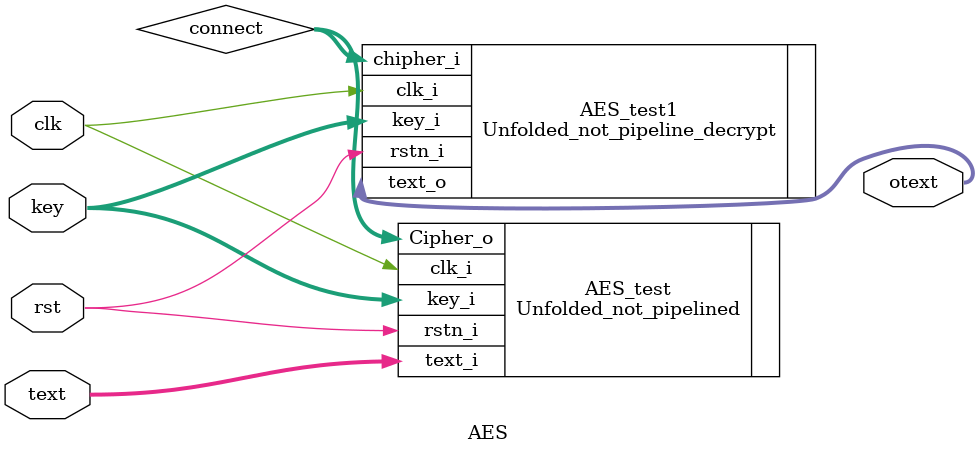
<source format=v>
`timescale 1ns / 1ps


module AES(
            input clk,rst,
            input [127:0] text,
            input [127:0] key,
            output [127:0] otext
            );

wire [127:0] connect;
            
    
Unfolded_not_pipeline_decrypt AES_test1(
                                        .clk_i(clk),
                                        .rstn_i(rst),
                                        . key_i(key),
                                        .chipher_i(connect),
                                        .text_o(otext)
                                        );    
 Unfolded_not_pipelined AES_test(
                                .clk_i(clk),
                                .rstn_i(rst),
                                .key_i(key),
                                .text_i(text),
                                .Cipher_o(connect)                             
                               );    
 
    
    
endmodule

</source>
